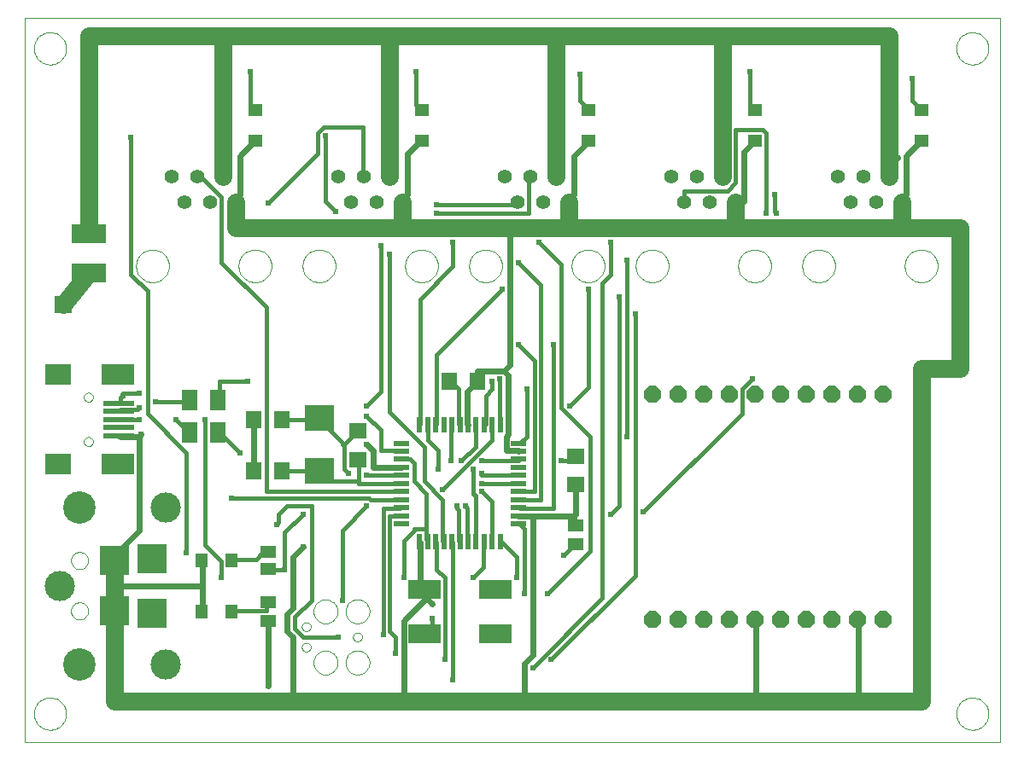
<source format=gtl>
G75*
%MOIN*%
%OFA0B0*%
%FSLAX24Y24*%
%IPPOS*%
%LPD*%
%AMOC8*
5,1,8,0,0,1.08239X$1,22.5*
%
%ADD10C,0.0000*%
%ADD11C,0.0554*%
%ADD12R,0.0551X0.0472*%
%ADD13C,0.1181*%
%ADD14C,0.1266*%
%ADD15R,0.1181X0.1181*%
%ADD16R,0.0472X0.0551*%
%ADD17R,0.0591X0.0512*%
%ADD18R,0.1339X0.0748*%
%ADD19R,0.0709X0.0630*%
%ADD20R,0.0197X0.0591*%
%ADD21R,0.0591X0.0197*%
%ADD22R,0.1250X0.0750*%
%ADD23R,0.0630X0.0709*%
%ADD24R,0.0710X0.0630*%
%ADD25R,0.0630X0.0512*%
%ADD26R,0.1181X0.0984*%
%ADD27R,0.0984X0.0787*%
%ADD28R,0.1299X0.0787*%
%ADD29R,0.1220X0.0197*%
%ADD30R,0.0630X0.0787*%
%ADD31OC8,0.0660*%
%ADD32C,0.0700*%
%ADD33C,0.0240*%
%ADD34C,0.0240*%
%ADD35C,0.0180*%
%ADD36R,0.0650X0.0650*%
D10*
X003100Y000100D02*
X003100Y028396D01*
X041170Y028396D01*
X041170Y000100D01*
X003100Y000100D01*
X003470Y001200D02*
X003472Y001250D01*
X003478Y001300D01*
X003488Y001349D01*
X003502Y001397D01*
X003519Y001444D01*
X003540Y001489D01*
X003565Y001533D01*
X003593Y001574D01*
X003625Y001613D01*
X003659Y001650D01*
X003696Y001684D01*
X003736Y001714D01*
X003778Y001741D01*
X003822Y001765D01*
X003868Y001786D01*
X003915Y001802D01*
X003963Y001815D01*
X004013Y001824D01*
X004062Y001829D01*
X004113Y001830D01*
X004163Y001827D01*
X004212Y001820D01*
X004261Y001809D01*
X004309Y001794D01*
X004355Y001776D01*
X004400Y001754D01*
X004443Y001728D01*
X004484Y001699D01*
X004523Y001667D01*
X004559Y001632D01*
X004591Y001594D01*
X004621Y001554D01*
X004648Y001511D01*
X004671Y001467D01*
X004690Y001421D01*
X004706Y001373D01*
X004718Y001324D01*
X004726Y001275D01*
X004730Y001225D01*
X004730Y001175D01*
X004726Y001125D01*
X004718Y001076D01*
X004706Y001027D01*
X004690Y000979D01*
X004671Y000933D01*
X004648Y000889D01*
X004621Y000846D01*
X004591Y000806D01*
X004559Y000768D01*
X004523Y000733D01*
X004484Y000701D01*
X004443Y000672D01*
X004400Y000646D01*
X004355Y000624D01*
X004309Y000606D01*
X004261Y000591D01*
X004212Y000580D01*
X004163Y000573D01*
X004113Y000570D01*
X004062Y000571D01*
X004013Y000576D01*
X003963Y000585D01*
X003915Y000598D01*
X003868Y000614D01*
X003822Y000635D01*
X003778Y000659D01*
X003736Y000686D01*
X003696Y000716D01*
X003659Y000750D01*
X003625Y000787D01*
X003593Y000826D01*
X003565Y000867D01*
X003540Y000911D01*
X003519Y000956D01*
X003502Y001003D01*
X003488Y001051D01*
X003478Y001100D01*
X003472Y001150D01*
X003470Y001200D01*
X004919Y005216D02*
X004921Y005252D01*
X004927Y005288D01*
X004937Y005323D01*
X004950Y005357D01*
X004967Y005389D01*
X004987Y005419D01*
X005011Y005446D01*
X005037Y005471D01*
X005066Y005493D01*
X005097Y005512D01*
X005130Y005527D01*
X005164Y005539D01*
X005200Y005547D01*
X005236Y005551D01*
X005272Y005551D01*
X005308Y005547D01*
X005344Y005539D01*
X005378Y005527D01*
X005411Y005512D01*
X005442Y005493D01*
X005471Y005471D01*
X005497Y005446D01*
X005521Y005419D01*
X005541Y005389D01*
X005558Y005357D01*
X005571Y005323D01*
X005581Y005288D01*
X005587Y005252D01*
X005589Y005216D01*
X005587Y005180D01*
X005581Y005144D01*
X005571Y005109D01*
X005558Y005075D01*
X005541Y005043D01*
X005521Y005013D01*
X005497Y004986D01*
X005471Y004961D01*
X005442Y004939D01*
X005411Y004920D01*
X005378Y004905D01*
X005344Y004893D01*
X005308Y004885D01*
X005272Y004881D01*
X005236Y004881D01*
X005200Y004885D01*
X005164Y004893D01*
X005130Y004905D01*
X005097Y004920D01*
X005066Y004939D01*
X005037Y004961D01*
X005011Y004986D01*
X004987Y005013D01*
X004967Y005043D01*
X004950Y005075D01*
X004937Y005109D01*
X004927Y005144D01*
X004921Y005180D01*
X004919Y005216D01*
X004919Y007184D02*
X004921Y007220D01*
X004927Y007256D01*
X004937Y007291D01*
X004950Y007325D01*
X004967Y007357D01*
X004987Y007387D01*
X005011Y007414D01*
X005037Y007439D01*
X005066Y007461D01*
X005097Y007480D01*
X005130Y007495D01*
X005164Y007507D01*
X005200Y007515D01*
X005236Y007519D01*
X005272Y007519D01*
X005308Y007515D01*
X005344Y007507D01*
X005378Y007495D01*
X005411Y007480D01*
X005442Y007461D01*
X005471Y007439D01*
X005497Y007414D01*
X005521Y007387D01*
X005541Y007357D01*
X005558Y007325D01*
X005571Y007291D01*
X005581Y007256D01*
X005587Y007220D01*
X005589Y007184D01*
X005587Y007148D01*
X005581Y007112D01*
X005571Y007077D01*
X005558Y007043D01*
X005541Y007011D01*
X005521Y006981D01*
X005497Y006954D01*
X005471Y006929D01*
X005442Y006907D01*
X005411Y006888D01*
X005378Y006873D01*
X005344Y006861D01*
X005308Y006853D01*
X005272Y006849D01*
X005236Y006849D01*
X005200Y006853D01*
X005164Y006861D01*
X005130Y006873D01*
X005097Y006888D01*
X005066Y006907D01*
X005037Y006929D01*
X005011Y006954D01*
X004987Y006981D01*
X004967Y007011D01*
X004950Y007043D01*
X004937Y007077D01*
X004927Y007112D01*
X004921Y007148D01*
X004919Y007184D01*
X005423Y011834D02*
X005425Y011860D01*
X005431Y011886D01*
X005441Y011911D01*
X005454Y011934D01*
X005470Y011954D01*
X005490Y011972D01*
X005512Y011987D01*
X005535Y011999D01*
X005561Y012007D01*
X005587Y012011D01*
X005613Y012011D01*
X005639Y012007D01*
X005665Y011999D01*
X005689Y011987D01*
X005710Y011972D01*
X005730Y011954D01*
X005746Y011934D01*
X005759Y011911D01*
X005769Y011886D01*
X005775Y011860D01*
X005777Y011834D01*
X005775Y011808D01*
X005769Y011782D01*
X005759Y011757D01*
X005746Y011734D01*
X005730Y011714D01*
X005710Y011696D01*
X005688Y011681D01*
X005665Y011669D01*
X005639Y011661D01*
X005613Y011657D01*
X005587Y011657D01*
X005561Y011661D01*
X005535Y011669D01*
X005511Y011681D01*
X005490Y011696D01*
X005470Y011714D01*
X005454Y011734D01*
X005441Y011757D01*
X005431Y011782D01*
X005425Y011808D01*
X005423Y011834D01*
X005423Y013566D02*
X005425Y013592D01*
X005431Y013618D01*
X005441Y013643D01*
X005454Y013666D01*
X005470Y013686D01*
X005490Y013704D01*
X005512Y013719D01*
X005535Y013731D01*
X005561Y013739D01*
X005587Y013743D01*
X005613Y013743D01*
X005639Y013739D01*
X005665Y013731D01*
X005689Y013719D01*
X005710Y013704D01*
X005730Y013686D01*
X005746Y013666D01*
X005759Y013643D01*
X005769Y013618D01*
X005775Y013592D01*
X005777Y013566D01*
X005775Y013540D01*
X005769Y013514D01*
X005759Y013489D01*
X005746Y013466D01*
X005730Y013446D01*
X005710Y013428D01*
X005688Y013413D01*
X005665Y013401D01*
X005639Y013393D01*
X005613Y013389D01*
X005587Y013389D01*
X005561Y013393D01*
X005535Y013401D01*
X005511Y013413D01*
X005490Y013428D01*
X005470Y013446D01*
X005454Y013466D01*
X005441Y013489D01*
X005431Y013514D01*
X005425Y013540D01*
X005423Y013566D01*
X007460Y018700D02*
X007462Y018750D01*
X007468Y018800D01*
X007478Y018849D01*
X007491Y018898D01*
X007509Y018945D01*
X007530Y018991D01*
X007554Y019034D01*
X007582Y019076D01*
X007613Y019116D01*
X007647Y019153D01*
X007684Y019187D01*
X007724Y019218D01*
X007766Y019246D01*
X007809Y019270D01*
X007855Y019291D01*
X007902Y019309D01*
X007951Y019322D01*
X008000Y019332D01*
X008050Y019338D01*
X008100Y019340D01*
X008150Y019338D01*
X008200Y019332D01*
X008249Y019322D01*
X008298Y019309D01*
X008345Y019291D01*
X008391Y019270D01*
X008434Y019246D01*
X008476Y019218D01*
X008516Y019187D01*
X008553Y019153D01*
X008587Y019116D01*
X008618Y019076D01*
X008646Y019034D01*
X008670Y018991D01*
X008691Y018945D01*
X008709Y018898D01*
X008722Y018849D01*
X008732Y018800D01*
X008738Y018750D01*
X008740Y018700D01*
X008738Y018650D01*
X008732Y018600D01*
X008722Y018551D01*
X008709Y018502D01*
X008691Y018455D01*
X008670Y018409D01*
X008646Y018366D01*
X008618Y018324D01*
X008587Y018284D01*
X008553Y018247D01*
X008516Y018213D01*
X008476Y018182D01*
X008434Y018154D01*
X008391Y018130D01*
X008345Y018109D01*
X008298Y018091D01*
X008249Y018078D01*
X008200Y018068D01*
X008150Y018062D01*
X008100Y018060D01*
X008050Y018062D01*
X008000Y018068D01*
X007951Y018078D01*
X007902Y018091D01*
X007855Y018109D01*
X007809Y018130D01*
X007766Y018154D01*
X007724Y018182D01*
X007684Y018213D01*
X007647Y018247D01*
X007613Y018284D01*
X007582Y018324D01*
X007554Y018366D01*
X007530Y018409D01*
X007509Y018455D01*
X007491Y018502D01*
X007478Y018551D01*
X007468Y018600D01*
X007462Y018650D01*
X007460Y018700D01*
X011460Y018700D02*
X011462Y018750D01*
X011468Y018800D01*
X011478Y018849D01*
X011491Y018898D01*
X011509Y018945D01*
X011530Y018991D01*
X011554Y019034D01*
X011582Y019076D01*
X011613Y019116D01*
X011647Y019153D01*
X011684Y019187D01*
X011724Y019218D01*
X011766Y019246D01*
X011809Y019270D01*
X011855Y019291D01*
X011902Y019309D01*
X011951Y019322D01*
X012000Y019332D01*
X012050Y019338D01*
X012100Y019340D01*
X012150Y019338D01*
X012200Y019332D01*
X012249Y019322D01*
X012298Y019309D01*
X012345Y019291D01*
X012391Y019270D01*
X012434Y019246D01*
X012476Y019218D01*
X012516Y019187D01*
X012553Y019153D01*
X012587Y019116D01*
X012618Y019076D01*
X012646Y019034D01*
X012670Y018991D01*
X012691Y018945D01*
X012709Y018898D01*
X012722Y018849D01*
X012732Y018800D01*
X012738Y018750D01*
X012740Y018700D01*
X012738Y018650D01*
X012732Y018600D01*
X012722Y018551D01*
X012709Y018502D01*
X012691Y018455D01*
X012670Y018409D01*
X012646Y018366D01*
X012618Y018324D01*
X012587Y018284D01*
X012553Y018247D01*
X012516Y018213D01*
X012476Y018182D01*
X012434Y018154D01*
X012391Y018130D01*
X012345Y018109D01*
X012298Y018091D01*
X012249Y018078D01*
X012200Y018068D01*
X012150Y018062D01*
X012100Y018060D01*
X012050Y018062D01*
X012000Y018068D01*
X011951Y018078D01*
X011902Y018091D01*
X011855Y018109D01*
X011809Y018130D01*
X011766Y018154D01*
X011724Y018182D01*
X011684Y018213D01*
X011647Y018247D01*
X011613Y018284D01*
X011582Y018324D01*
X011554Y018366D01*
X011530Y018409D01*
X011509Y018455D01*
X011491Y018502D01*
X011478Y018551D01*
X011468Y018600D01*
X011462Y018650D01*
X011460Y018700D01*
X013960Y018700D02*
X013962Y018750D01*
X013968Y018800D01*
X013978Y018849D01*
X013991Y018898D01*
X014009Y018945D01*
X014030Y018991D01*
X014054Y019034D01*
X014082Y019076D01*
X014113Y019116D01*
X014147Y019153D01*
X014184Y019187D01*
X014224Y019218D01*
X014266Y019246D01*
X014309Y019270D01*
X014355Y019291D01*
X014402Y019309D01*
X014451Y019322D01*
X014500Y019332D01*
X014550Y019338D01*
X014600Y019340D01*
X014650Y019338D01*
X014700Y019332D01*
X014749Y019322D01*
X014798Y019309D01*
X014845Y019291D01*
X014891Y019270D01*
X014934Y019246D01*
X014976Y019218D01*
X015016Y019187D01*
X015053Y019153D01*
X015087Y019116D01*
X015118Y019076D01*
X015146Y019034D01*
X015170Y018991D01*
X015191Y018945D01*
X015209Y018898D01*
X015222Y018849D01*
X015232Y018800D01*
X015238Y018750D01*
X015240Y018700D01*
X015238Y018650D01*
X015232Y018600D01*
X015222Y018551D01*
X015209Y018502D01*
X015191Y018455D01*
X015170Y018409D01*
X015146Y018366D01*
X015118Y018324D01*
X015087Y018284D01*
X015053Y018247D01*
X015016Y018213D01*
X014976Y018182D01*
X014934Y018154D01*
X014891Y018130D01*
X014845Y018109D01*
X014798Y018091D01*
X014749Y018078D01*
X014700Y018068D01*
X014650Y018062D01*
X014600Y018060D01*
X014550Y018062D01*
X014500Y018068D01*
X014451Y018078D01*
X014402Y018091D01*
X014355Y018109D01*
X014309Y018130D01*
X014266Y018154D01*
X014224Y018182D01*
X014184Y018213D01*
X014147Y018247D01*
X014113Y018284D01*
X014082Y018324D01*
X014054Y018366D01*
X014030Y018409D01*
X014009Y018455D01*
X013991Y018502D01*
X013978Y018551D01*
X013968Y018600D01*
X013962Y018650D01*
X013960Y018700D01*
X017960Y018700D02*
X017962Y018750D01*
X017968Y018800D01*
X017978Y018849D01*
X017991Y018898D01*
X018009Y018945D01*
X018030Y018991D01*
X018054Y019034D01*
X018082Y019076D01*
X018113Y019116D01*
X018147Y019153D01*
X018184Y019187D01*
X018224Y019218D01*
X018266Y019246D01*
X018309Y019270D01*
X018355Y019291D01*
X018402Y019309D01*
X018451Y019322D01*
X018500Y019332D01*
X018550Y019338D01*
X018600Y019340D01*
X018650Y019338D01*
X018700Y019332D01*
X018749Y019322D01*
X018798Y019309D01*
X018845Y019291D01*
X018891Y019270D01*
X018934Y019246D01*
X018976Y019218D01*
X019016Y019187D01*
X019053Y019153D01*
X019087Y019116D01*
X019118Y019076D01*
X019146Y019034D01*
X019170Y018991D01*
X019191Y018945D01*
X019209Y018898D01*
X019222Y018849D01*
X019232Y018800D01*
X019238Y018750D01*
X019240Y018700D01*
X019238Y018650D01*
X019232Y018600D01*
X019222Y018551D01*
X019209Y018502D01*
X019191Y018455D01*
X019170Y018409D01*
X019146Y018366D01*
X019118Y018324D01*
X019087Y018284D01*
X019053Y018247D01*
X019016Y018213D01*
X018976Y018182D01*
X018934Y018154D01*
X018891Y018130D01*
X018845Y018109D01*
X018798Y018091D01*
X018749Y018078D01*
X018700Y018068D01*
X018650Y018062D01*
X018600Y018060D01*
X018550Y018062D01*
X018500Y018068D01*
X018451Y018078D01*
X018402Y018091D01*
X018355Y018109D01*
X018309Y018130D01*
X018266Y018154D01*
X018224Y018182D01*
X018184Y018213D01*
X018147Y018247D01*
X018113Y018284D01*
X018082Y018324D01*
X018054Y018366D01*
X018030Y018409D01*
X018009Y018455D01*
X017991Y018502D01*
X017978Y018551D01*
X017968Y018600D01*
X017962Y018650D01*
X017960Y018700D01*
X020460Y018700D02*
X020462Y018750D01*
X020468Y018800D01*
X020478Y018849D01*
X020491Y018898D01*
X020509Y018945D01*
X020530Y018991D01*
X020554Y019034D01*
X020582Y019076D01*
X020613Y019116D01*
X020647Y019153D01*
X020684Y019187D01*
X020724Y019218D01*
X020766Y019246D01*
X020809Y019270D01*
X020855Y019291D01*
X020902Y019309D01*
X020951Y019322D01*
X021000Y019332D01*
X021050Y019338D01*
X021100Y019340D01*
X021150Y019338D01*
X021200Y019332D01*
X021249Y019322D01*
X021298Y019309D01*
X021345Y019291D01*
X021391Y019270D01*
X021434Y019246D01*
X021476Y019218D01*
X021516Y019187D01*
X021553Y019153D01*
X021587Y019116D01*
X021618Y019076D01*
X021646Y019034D01*
X021670Y018991D01*
X021691Y018945D01*
X021709Y018898D01*
X021722Y018849D01*
X021732Y018800D01*
X021738Y018750D01*
X021740Y018700D01*
X021738Y018650D01*
X021732Y018600D01*
X021722Y018551D01*
X021709Y018502D01*
X021691Y018455D01*
X021670Y018409D01*
X021646Y018366D01*
X021618Y018324D01*
X021587Y018284D01*
X021553Y018247D01*
X021516Y018213D01*
X021476Y018182D01*
X021434Y018154D01*
X021391Y018130D01*
X021345Y018109D01*
X021298Y018091D01*
X021249Y018078D01*
X021200Y018068D01*
X021150Y018062D01*
X021100Y018060D01*
X021050Y018062D01*
X021000Y018068D01*
X020951Y018078D01*
X020902Y018091D01*
X020855Y018109D01*
X020809Y018130D01*
X020766Y018154D01*
X020724Y018182D01*
X020684Y018213D01*
X020647Y018247D01*
X020613Y018284D01*
X020582Y018324D01*
X020554Y018366D01*
X020530Y018409D01*
X020509Y018455D01*
X020491Y018502D01*
X020478Y018551D01*
X020468Y018600D01*
X020462Y018650D01*
X020460Y018700D01*
X024460Y018700D02*
X024462Y018750D01*
X024468Y018800D01*
X024478Y018849D01*
X024491Y018898D01*
X024509Y018945D01*
X024530Y018991D01*
X024554Y019034D01*
X024582Y019076D01*
X024613Y019116D01*
X024647Y019153D01*
X024684Y019187D01*
X024724Y019218D01*
X024766Y019246D01*
X024809Y019270D01*
X024855Y019291D01*
X024902Y019309D01*
X024951Y019322D01*
X025000Y019332D01*
X025050Y019338D01*
X025100Y019340D01*
X025150Y019338D01*
X025200Y019332D01*
X025249Y019322D01*
X025298Y019309D01*
X025345Y019291D01*
X025391Y019270D01*
X025434Y019246D01*
X025476Y019218D01*
X025516Y019187D01*
X025553Y019153D01*
X025587Y019116D01*
X025618Y019076D01*
X025646Y019034D01*
X025670Y018991D01*
X025691Y018945D01*
X025709Y018898D01*
X025722Y018849D01*
X025732Y018800D01*
X025738Y018750D01*
X025740Y018700D01*
X025738Y018650D01*
X025732Y018600D01*
X025722Y018551D01*
X025709Y018502D01*
X025691Y018455D01*
X025670Y018409D01*
X025646Y018366D01*
X025618Y018324D01*
X025587Y018284D01*
X025553Y018247D01*
X025516Y018213D01*
X025476Y018182D01*
X025434Y018154D01*
X025391Y018130D01*
X025345Y018109D01*
X025298Y018091D01*
X025249Y018078D01*
X025200Y018068D01*
X025150Y018062D01*
X025100Y018060D01*
X025050Y018062D01*
X025000Y018068D01*
X024951Y018078D01*
X024902Y018091D01*
X024855Y018109D01*
X024809Y018130D01*
X024766Y018154D01*
X024724Y018182D01*
X024684Y018213D01*
X024647Y018247D01*
X024613Y018284D01*
X024582Y018324D01*
X024554Y018366D01*
X024530Y018409D01*
X024509Y018455D01*
X024491Y018502D01*
X024478Y018551D01*
X024468Y018600D01*
X024462Y018650D01*
X024460Y018700D01*
X026960Y018700D02*
X026962Y018750D01*
X026968Y018800D01*
X026978Y018849D01*
X026991Y018898D01*
X027009Y018945D01*
X027030Y018991D01*
X027054Y019034D01*
X027082Y019076D01*
X027113Y019116D01*
X027147Y019153D01*
X027184Y019187D01*
X027224Y019218D01*
X027266Y019246D01*
X027309Y019270D01*
X027355Y019291D01*
X027402Y019309D01*
X027451Y019322D01*
X027500Y019332D01*
X027550Y019338D01*
X027600Y019340D01*
X027650Y019338D01*
X027700Y019332D01*
X027749Y019322D01*
X027798Y019309D01*
X027845Y019291D01*
X027891Y019270D01*
X027934Y019246D01*
X027976Y019218D01*
X028016Y019187D01*
X028053Y019153D01*
X028087Y019116D01*
X028118Y019076D01*
X028146Y019034D01*
X028170Y018991D01*
X028191Y018945D01*
X028209Y018898D01*
X028222Y018849D01*
X028232Y018800D01*
X028238Y018750D01*
X028240Y018700D01*
X028238Y018650D01*
X028232Y018600D01*
X028222Y018551D01*
X028209Y018502D01*
X028191Y018455D01*
X028170Y018409D01*
X028146Y018366D01*
X028118Y018324D01*
X028087Y018284D01*
X028053Y018247D01*
X028016Y018213D01*
X027976Y018182D01*
X027934Y018154D01*
X027891Y018130D01*
X027845Y018109D01*
X027798Y018091D01*
X027749Y018078D01*
X027700Y018068D01*
X027650Y018062D01*
X027600Y018060D01*
X027550Y018062D01*
X027500Y018068D01*
X027451Y018078D01*
X027402Y018091D01*
X027355Y018109D01*
X027309Y018130D01*
X027266Y018154D01*
X027224Y018182D01*
X027184Y018213D01*
X027147Y018247D01*
X027113Y018284D01*
X027082Y018324D01*
X027054Y018366D01*
X027030Y018409D01*
X027009Y018455D01*
X026991Y018502D01*
X026978Y018551D01*
X026968Y018600D01*
X026962Y018650D01*
X026960Y018700D01*
X030960Y018700D02*
X030962Y018750D01*
X030968Y018800D01*
X030978Y018849D01*
X030991Y018898D01*
X031009Y018945D01*
X031030Y018991D01*
X031054Y019034D01*
X031082Y019076D01*
X031113Y019116D01*
X031147Y019153D01*
X031184Y019187D01*
X031224Y019218D01*
X031266Y019246D01*
X031309Y019270D01*
X031355Y019291D01*
X031402Y019309D01*
X031451Y019322D01*
X031500Y019332D01*
X031550Y019338D01*
X031600Y019340D01*
X031650Y019338D01*
X031700Y019332D01*
X031749Y019322D01*
X031798Y019309D01*
X031845Y019291D01*
X031891Y019270D01*
X031934Y019246D01*
X031976Y019218D01*
X032016Y019187D01*
X032053Y019153D01*
X032087Y019116D01*
X032118Y019076D01*
X032146Y019034D01*
X032170Y018991D01*
X032191Y018945D01*
X032209Y018898D01*
X032222Y018849D01*
X032232Y018800D01*
X032238Y018750D01*
X032240Y018700D01*
X032238Y018650D01*
X032232Y018600D01*
X032222Y018551D01*
X032209Y018502D01*
X032191Y018455D01*
X032170Y018409D01*
X032146Y018366D01*
X032118Y018324D01*
X032087Y018284D01*
X032053Y018247D01*
X032016Y018213D01*
X031976Y018182D01*
X031934Y018154D01*
X031891Y018130D01*
X031845Y018109D01*
X031798Y018091D01*
X031749Y018078D01*
X031700Y018068D01*
X031650Y018062D01*
X031600Y018060D01*
X031550Y018062D01*
X031500Y018068D01*
X031451Y018078D01*
X031402Y018091D01*
X031355Y018109D01*
X031309Y018130D01*
X031266Y018154D01*
X031224Y018182D01*
X031184Y018213D01*
X031147Y018247D01*
X031113Y018284D01*
X031082Y018324D01*
X031054Y018366D01*
X031030Y018409D01*
X031009Y018455D01*
X030991Y018502D01*
X030978Y018551D01*
X030968Y018600D01*
X030962Y018650D01*
X030960Y018700D01*
X033460Y018700D02*
X033462Y018750D01*
X033468Y018800D01*
X033478Y018849D01*
X033491Y018898D01*
X033509Y018945D01*
X033530Y018991D01*
X033554Y019034D01*
X033582Y019076D01*
X033613Y019116D01*
X033647Y019153D01*
X033684Y019187D01*
X033724Y019218D01*
X033766Y019246D01*
X033809Y019270D01*
X033855Y019291D01*
X033902Y019309D01*
X033951Y019322D01*
X034000Y019332D01*
X034050Y019338D01*
X034100Y019340D01*
X034150Y019338D01*
X034200Y019332D01*
X034249Y019322D01*
X034298Y019309D01*
X034345Y019291D01*
X034391Y019270D01*
X034434Y019246D01*
X034476Y019218D01*
X034516Y019187D01*
X034553Y019153D01*
X034587Y019116D01*
X034618Y019076D01*
X034646Y019034D01*
X034670Y018991D01*
X034691Y018945D01*
X034709Y018898D01*
X034722Y018849D01*
X034732Y018800D01*
X034738Y018750D01*
X034740Y018700D01*
X034738Y018650D01*
X034732Y018600D01*
X034722Y018551D01*
X034709Y018502D01*
X034691Y018455D01*
X034670Y018409D01*
X034646Y018366D01*
X034618Y018324D01*
X034587Y018284D01*
X034553Y018247D01*
X034516Y018213D01*
X034476Y018182D01*
X034434Y018154D01*
X034391Y018130D01*
X034345Y018109D01*
X034298Y018091D01*
X034249Y018078D01*
X034200Y018068D01*
X034150Y018062D01*
X034100Y018060D01*
X034050Y018062D01*
X034000Y018068D01*
X033951Y018078D01*
X033902Y018091D01*
X033855Y018109D01*
X033809Y018130D01*
X033766Y018154D01*
X033724Y018182D01*
X033684Y018213D01*
X033647Y018247D01*
X033613Y018284D01*
X033582Y018324D01*
X033554Y018366D01*
X033530Y018409D01*
X033509Y018455D01*
X033491Y018502D01*
X033478Y018551D01*
X033468Y018600D01*
X033462Y018650D01*
X033460Y018700D01*
X037460Y018700D02*
X037462Y018750D01*
X037468Y018800D01*
X037478Y018849D01*
X037491Y018898D01*
X037509Y018945D01*
X037530Y018991D01*
X037554Y019034D01*
X037582Y019076D01*
X037613Y019116D01*
X037647Y019153D01*
X037684Y019187D01*
X037724Y019218D01*
X037766Y019246D01*
X037809Y019270D01*
X037855Y019291D01*
X037902Y019309D01*
X037951Y019322D01*
X038000Y019332D01*
X038050Y019338D01*
X038100Y019340D01*
X038150Y019338D01*
X038200Y019332D01*
X038249Y019322D01*
X038298Y019309D01*
X038345Y019291D01*
X038391Y019270D01*
X038434Y019246D01*
X038476Y019218D01*
X038516Y019187D01*
X038553Y019153D01*
X038587Y019116D01*
X038618Y019076D01*
X038646Y019034D01*
X038670Y018991D01*
X038691Y018945D01*
X038709Y018898D01*
X038722Y018849D01*
X038732Y018800D01*
X038738Y018750D01*
X038740Y018700D01*
X038738Y018650D01*
X038732Y018600D01*
X038722Y018551D01*
X038709Y018502D01*
X038691Y018455D01*
X038670Y018409D01*
X038646Y018366D01*
X038618Y018324D01*
X038587Y018284D01*
X038553Y018247D01*
X038516Y018213D01*
X038476Y018182D01*
X038434Y018154D01*
X038391Y018130D01*
X038345Y018109D01*
X038298Y018091D01*
X038249Y018078D01*
X038200Y018068D01*
X038150Y018062D01*
X038100Y018060D01*
X038050Y018062D01*
X038000Y018068D01*
X037951Y018078D01*
X037902Y018091D01*
X037855Y018109D01*
X037809Y018130D01*
X037766Y018154D01*
X037724Y018182D01*
X037684Y018213D01*
X037647Y018247D01*
X037613Y018284D01*
X037582Y018324D01*
X037554Y018366D01*
X037530Y018409D01*
X037509Y018455D01*
X037491Y018502D01*
X037478Y018551D01*
X037468Y018600D01*
X037462Y018650D01*
X037460Y018700D01*
X039470Y027200D02*
X039472Y027250D01*
X039478Y027300D01*
X039488Y027349D01*
X039502Y027397D01*
X039519Y027444D01*
X039540Y027489D01*
X039565Y027533D01*
X039593Y027574D01*
X039625Y027613D01*
X039659Y027650D01*
X039696Y027684D01*
X039736Y027714D01*
X039778Y027741D01*
X039822Y027765D01*
X039868Y027786D01*
X039915Y027802D01*
X039963Y027815D01*
X040013Y027824D01*
X040062Y027829D01*
X040113Y027830D01*
X040163Y027827D01*
X040212Y027820D01*
X040261Y027809D01*
X040309Y027794D01*
X040355Y027776D01*
X040400Y027754D01*
X040443Y027728D01*
X040484Y027699D01*
X040523Y027667D01*
X040559Y027632D01*
X040591Y027594D01*
X040621Y027554D01*
X040648Y027511D01*
X040671Y027467D01*
X040690Y027421D01*
X040706Y027373D01*
X040718Y027324D01*
X040726Y027275D01*
X040730Y027225D01*
X040730Y027175D01*
X040726Y027125D01*
X040718Y027076D01*
X040706Y027027D01*
X040690Y026979D01*
X040671Y026933D01*
X040648Y026889D01*
X040621Y026846D01*
X040591Y026806D01*
X040559Y026768D01*
X040523Y026733D01*
X040484Y026701D01*
X040443Y026672D01*
X040400Y026646D01*
X040355Y026624D01*
X040309Y026606D01*
X040261Y026591D01*
X040212Y026580D01*
X040163Y026573D01*
X040113Y026570D01*
X040062Y026571D01*
X040013Y026576D01*
X039963Y026585D01*
X039915Y026598D01*
X039868Y026614D01*
X039822Y026635D01*
X039778Y026659D01*
X039736Y026686D01*
X039696Y026716D01*
X039659Y026750D01*
X039625Y026787D01*
X039593Y026826D01*
X039565Y026867D01*
X039540Y026911D01*
X039519Y026956D01*
X039502Y027003D01*
X039488Y027051D01*
X039478Y027100D01*
X039472Y027150D01*
X039470Y027200D01*
X015633Y005200D02*
X015635Y005243D01*
X015641Y005286D01*
X015651Y005328D01*
X015665Y005369D01*
X015682Y005408D01*
X015703Y005446D01*
X015727Y005481D01*
X015755Y005515D01*
X015785Y005545D01*
X015819Y005573D01*
X015854Y005597D01*
X015892Y005618D01*
X015931Y005635D01*
X015972Y005649D01*
X016014Y005659D01*
X016057Y005665D01*
X016100Y005667D01*
X016143Y005665D01*
X016186Y005659D01*
X016228Y005649D01*
X016269Y005635D01*
X016308Y005618D01*
X016346Y005597D01*
X016381Y005573D01*
X016415Y005545D01*
X016445Y005515D01*
X016473Y005481D01*
X016497Y005446D01*
X016518Y005408D01*
X016535Y005369D01*
X016549Y005328D01*
X016559Y005286D01*
X016565Y005243D01*
X016567Y005200D01*
X016565Y005157D01*
X016559Y005114D01*
X016549Y005072D01*
X016535Y005031D01*
X016518Y004992D01*
X016497Y004954D01*
X016473Y004919D01*
X016445Y004885D01*
X016415Y004855D01*
X016381Y004827D01*
X016346Y004803D01*
X016308Y004782D01*
X016269Y004765D01*
X016228Y004751D01*
X016186Y004741D01*
X016143Y004735D01*
X016100Y004733D01*
X016057Y004735D01*
X016014Y004741D01*
X015972Y004751D01*
X015931Y004765D01*
X015892Y004782D01*
X015854Y004803D01*
X015819Y004827D01*
X015785Y004855D01*
X015755Y004885D01*
X015727Y004919D01*
X015703Y004954D01*
X015682Y004992D01*
X015665Y005031D01*
X015651Y005072D01*
X015641Y005114D01*
X015635Y005157D01*
X015633Y005200D01*
X014383Y005200D02*
X014385Y005243D01*
X014391Y005286D01*
X014401Y005328D01*
X014415Y005369D01*
X014432Y005408D01*
X014453Y005446D01*
X014477Y005481D01*
X014505Y005515D01*
X014535Y005545D01*
X014569Y005573D01*
X014604Y005597D01*
X014642Y005618D01*
X014681Y005635D01*
X014722Y005649D01*
X014764Y005659D01*
X014807Y005665D01*
X014850Y005667D01*
X014893Y005665D01*
X014936Y005659D01*
X014978Y005649D01*
X015019Y005635D01*
X015058Y005618D01*
X015096Y005597D01*
X015131Y005573D01*
X015165Y005545D01*
X015195Y005515D01*
X015223Y005481D01*
X015247Y005446D01*
X015268Y005408D01*
X015285Y005369D01*
X015299Y005328D01*
X015309Y005286D01*
X015315Y005243D01*
X015317Y005200D01*
X015315Y005157D01*
X015309Y005114D01*
X015299Y005072D01*
X015285Y005031D01*
X015268Y004992D01*
X015247Y004954D01*
X015223Y004919D01*
X015195Y004885D01*
X015165Y004855D01*
X015131Y004827D01*
X015096Y004803D01*
X015058Y004782D01*
X015019Y004765D01*
X014978Y004751D01*
X014936Y004741D01*
X014893Y004735D01*
X014850Y004733D01*
X014807Y004735D01*
X014764Y004741D01*
X014722Y004751D01*
X014681Y004765D01*
X014642Y004782D01*
X014604Y004803D01*
X014569Y004827D01*
X014535Y004855D01*
X014505Y004885D01*
X014477Y004919D01*
X014453Y004954D01*
X014432Y004992D01*
X014415Y005031D01*
X014401Y005072D01*
X014391Y005114D01*
X014385Y005157D01*
X014383Y005200D01*
X013925Y004600D02*
X013927Y004626D01*
X013933Y004652D01*
X013942Y004676D01*
X013955Y004699D01*
X013972Y004719D01*
X013991Y004737D01*
X014013Y004752D01*
X014036Y004763D01*
X014061Y004771D01*
X014087Y004775D01*
X014113Y004775D01*
X014139Y004771D01*
X014164Y004763D01*
X014188Y004752D01*
X014209Y004737D01*
X014228Y004719D01*
X014245Y004699D01*
X014258Y004676D01*
X014267Y004652D01*
X014273Y004626D01*
X014275Y004600D01*
X014273Y004574D01*
X014267Y004548D01*
X014258Y004524D01*
X014245Y004501D01*
X014228Y004481D01*
X014209Y004463D01*
X014187Y004448D01*
X014164Y004437D01*
X014139Y004429D01*
X014113Y004425D01*
X014087Y004425D01*
X014061Y004429D01*
X014036Y004437D01*
X014012Y004448D01*
X013991Y004463D01*
X013972Y004481D01*
X013955Y004501D01*
X013942Y004524D01*
X013933Y004548D01*
X013927Y004574D01*
X013925Y004600D01*
X013925Y003800D02*
X013927Y003826D01*
X013933Y003852D01*
X013942Y003876D01*
X013955Y003899D01*
X013972Y003919D01*
X013991Y003937D01*
X014013Y003952D01*
X014036Y003963D01*
X014061Y003971D01*
X014087Y003975D01*
X014113Y003975D01*
X014139Y003971D01*
X014164Y003963D01*
X014188Y003952D01*
X014209Y003937D01*
X014228Y003919D01*
X014245Y003899D01*
X014258Y003876D01*
X014267Y003852D01*
X014273Y003826D01*
X014275Y003800D01*
X014273Y003774D01*
X014267Y003748D01*
X014258Y003724D01*
X014245Y003701D01*
X014228Y003681D01*
X014209Y003663D01*
X014187Y003648D01*
X014164Y003637D01*
X014139Y003629D01*
X014113Y003625D01*
X014087Y003625D01*
X014061Y003629D01*
X014036Y003637D01*
X014012Y003648D01*
X013991Y003663D01*
X013972Y003681D01*
X013955Y003701D01*
X013942Y003724D01*
X013933Y003748D01*
X013927Y003774D01*
X013925Y003800D01*
X014383Y003200D02*
X014385Y003243D01*
X014391Y003286D01*
X014401Y003328D01*
X014415Y003369D01*
X014432Y003408D01*
X014453Y003446D01*
X014477Y003481D01*
X014505Y003515D01*
X014535Y003545D01*
X014569Y003573D01*
X014604Y003597D01*
X014642Y003618D01*
X014681Y003635D01*
X014722Y003649D01*
X014764Y003659D01*
X014807Y003665D01*
X014850Y003667D01*
X014893Y003665D01*
X014936Y003659D01*
X014978Y003649D01*
X015019Y003635D01*
X015058Y003618D01*
X015096Y003597D01*
X015131Y003573D01*
X015165Y003545D01*
X015195Y003515D01*
X015223Y003481D01*
X015247Y003446D01*
X015268Y003408D01*
X015285Y003369D01*
X015299Y003328D01*
X015309Y003286D01*
X015315Y003243D01*
X015317Y003200D01*
X015315Y003157D01*
X015309Y003114D01*
X015299Y003072D01*
X015285Y003031D01*
X015268Y002992D01*
X015247Y002954D01*
X015223Y002919D01*
X015195Y002885D01*
X015165Y002855D01*
X015131Y002827D01*
X015096Y002803D01*
X015058Y002782D01*
X015019Y002765D01*
X014978Y002751D01*
X014936Y002741D01*
X014893Y002735D01*
X014850Y002733D01*
X014807Y002735D01*
X014764Y002741D01*
X014722Y002751D01*
X014681Y002765D01*
X014642Y002782D01*
X014604Y002803D01*
X014569Y002827D01*
X014535Y002855D01*
X014505Y002885D01*
X014477Y002919D01*
X014453Y002954D01*
X014432Y002992D01*
X014415Y003031D01*
X014401Y003072D01*
X014391Y003114D01*
X014385Y003157D01*
X014383Y003200D01*
X015633Y003200D02*
X015635Y003243D01*
X015641Y003286D01*
X015651Y003328D01*
X015665Y003369D01*
X015682Y003408D01*
X015703Y003446D01*
X015727Y003481D01*
X015755Y003515D01*
X015785Y003545D01*
X015819Y003573D01*
X015854Y003597D01*
X015892Y003618D01*
X015931Y003635D01*
X015972Y003649D01*
X016014Y003659D01*
X016057Y003665D01*
X016100Y003667D01*
X016143Y003665D01*
X016186Y003659D01*
X016228Y003649D01*
X016269Y003635D01*
X016308Y003618D01*
X016346Y003597D01*
X016381Y003573D01*
X016415Y003545D01*
X016445Y003515D01*
X016473Y003481D01*
X016497Y003446D01*
X016518Y003408D01*
X016535Y003369D01*
X016549Y003328D01*
X016559Y003286D01*
X016565Y003243D01*
X016567Y003200D01*
X016565Y003157D01*
X016559Y003114D01*
X016549Y003072D01*
X016535Y003031D01*
X016518Y002992D01*
X016497Y002954D01*
X016473Y002919D01*
X016445Y002885D01*
X016415Y002855D01*
X016381Y002827D01*
X016346Y002803D01*
X016308Y002782D01*
X016269Y002765D01*
X016228Y002751D01*
X016186Y002741D01*
X016143Y002735D01*
X016100Y002733D01*
X016057Y002735D01*
X016014Y002741D01*
X015972Y002751D01*
X015931Y002765D01*
X015892Y002782D01*
X015854Y002803D01*
X015819Y002827D01*
X015785Y002855D01*
X015755Y002885D01*
X015727Y002919D01*
X015703Y002954D01*
X015682Y002992D01*
X015665Y003031D01*
X015651Y003072D01*
X015641Y003114D01*
X015635Y003157D01*
X015633Y003200D01*
X015925Y004200D02*
X015927Y004226D01*
X015933Y004252D01*
X015942Y004276D01*
X015955Y004299D01*
X015972Y004319D01*
X015991Y004337D01*
X016013Y004352D01*
X016036Y004363D01*
X016061Y004371D01*
X016087Y004375D01*
X016113Y004375D01*
X016139Y004371D01*
X016164Y004363D01*
X016188Y004352D01*
X016209Y004337D01*
X016228Y004319D01*
X016245Y004299D01*
X016258Y004276D01*
X016267Y004252D01*
X016273Y004226D01*
X016275Y004200D01*
X016273Y004174D01*
X016267Y004148D01*
X016258Y004124D01*
X016245Y004101D01*
X016228Y004081D01*
X016209Y004063D01*
X016187Y004048D01*
X016164Y004037D01*
X016139Y004029D01*
X016113Y004025D01*
X016087Y004025D01*
X016061Y004029D01*
X016036Y004037D01*
X016012Y004048D01*
X015991Y004063D01*
X015972Y004081D01*
X015955Y004101D01*
X015942Y004124D01*
X015933Y004148D01*
X015927Y004174D01*
X015925Y004200D01*
X039470Y001200D02*
X039472Y001250D01*
X039478Y001300D01*
X039488Y001349D01*
X039502Y001397D01*
X039519Y001444D01*
X039540Y001489D01*
X039565Y001533D01*
X039593Y001574D01*
X039625Y001613D01*
X039659Y001650D01*
X039696Y001684D01*
X039736Y001714D01*
X039778Y001741D01*
X039822Y001765D01*
X039868Y001786D01*
X039915Y001802D01*
X039963Y001815D01*
X040013Y001824D01*
X040062Y001829D01*
X040113Y001830D01*
X040163Y001827D01*
X040212Y001820D01*
X040261Y001809D01*
X040309Y001794D01*
X040355Y001776D01*
X040400Y001754D01*
X040443Y001728D01*
X040484Y001699D01*
X040523Y001667D01*
X040559Y001632D01*
X040591Y001594D01*
X040621Y001554D01*
X040648Y001511D01*
X040671Y001467D01*
X040690Y001421D01*
X040706Y001373D01*
X040718Y001324D01*
X040726Y001275D01*
X040730Y001225D01*
X040730Y001175D01*
X040726Y001125D01*
X040718Y001076D01*
X040706Y001027D01*
X040690Y000979D01*
X040671Y000933D01*
X040648Y000889D01*
X040621Y000846D01*
X040591Y000806D01*
X040559Y000768D01*
X040523Y000733D01*
X040484Y000701D01*
X040443Y000672D01*
X040400Y000646D01*
X040355Y000624D01*
X040309Y000606D01*
X040261Y000591D01*
X040212Y000580D01*
X040163Y000573D01*
X040113Y000570D01*
X040062Y000571D01*
X040013Y000576D01*
X039963Y000585D01*
X039915Y000598D01*
X039868Y000614D01*
X039822Y000635D01*
X039778Y000659D01*
X039736Y000686D01*
X039696Y000716D01*
X039659Y000750D01*
X039625Y000787D01*
X039593Y000826D01*
X039565Y000867D01*
X039540Y000911D01*
X039519Y000956D01*
X039502Y001003D01*
X039488Y001051D01*
X039478Y001100D01*
X039472Y001150D01*
X039470Y001200D01*
X003470Y027200D02*
X003472Y027250D01*
X003478Y027300D01*
X003488Y027349D01*
X003502Y027397D01*
X003519Y027444D01*
X003540Y027489D01*
X003565Y027533D01*
X003593Y027574D01*
X003625Y027613D01*
X003659Y027650D01*
X003696Y027684D01*
X003736Y027714D01*
X003778Y027741D01*
X003822Y027765D01*
X003868Y027786D01*
X003915Y027802D01*
X003963Y027815D01*
X004013Y027824D01*
X004062Y027829D01*
X004113Y027830D01*
X004163Y027827D01*
X004212Y027820D01*
X004261Y027809D01*
X004309Y027794D01*
X004355Y027776D01*
X004400Y027754D01*
X004443Y027728D01*
X004484Y027699D01*
X004523Y027667D01*
X004559Y027632D01*
X004591Y027594D01*
X004621Y027554D01*
X004648Y027511D01*
X004671Y027467D01*
X004690Y027421D01*
X004706Y027373D01*
X004718Y027324D01*
X004726Y027275D01*
X004730Y027225D01*
X004730Y027175D01*
X004726Y027125D01*
X004718Y027076D01*
X004706Y027027D01*
X004690Y026979D01*
X004671Y026933D01*
X004648Y026889D01*
X004621Y026846D01*
X004591Y026806D01*
X004559Y026768D01*
X004523Y026733D01*
X004484Y026701D01*
X004443Y026672D01*
X004400Y026646D01*
X004355Y026624D01*
X004309Y026606D01*
X004261Y026591D01*
X004212Y026580D01*
X004163Y026573D01*
X004113Y026570D01*
X004062Y026571D01*
X004013Y026576D01*
X003963Y026585D01*
X003915Y026598D01*
X003868Y026614D01*
X003822Y026635D01*
X003778Y026659D01*
X003736Y026686D01*
X003696Y026716D01*
X003659Y026750D01*
X003625Y026787D01*
X003593Y026826D01*
X003565Y026867D01*
X003540Y026911D01*
X003519Y026956D01*
X003502Y027003D01*
X003488Y027051D01*
X003478Y027100D01*
X003472Y027150D01*
X003470Y027200D01*
D11*
X008850Y022200D03*
X009850Y022200D03*
X010850Y022200D03*
X010350Y021200D03*
X009350Y021200D03*
X011350Y021200D03*
X015350Y022200D03*
X016350Y022200D03*
X017350Y022200D03*
X016850Y021200D03*
X015850Y021200D03*
X017850Y021200D03*
X021850Y022200D03*
X022850Y022200D03*
X023850Y022200D03*
X023350Y021200D03*
X022350Y021200D03*
X024350Y021200D03*
X028350Y022200D03*
X029350Y022200D03*
X030350Y022200D03*
X029850Y021200D03*
X028850Y021200D03*
X030850Y021200D03*
X034850Y022200D03*
X035850Y022200D03*
X036850Y022200D03*
X036350Y021200D03*
X035350Y021200D03*
X037350Y021200D03*
D12*
X038100Y023609D03*
X038100Y024791D03*
X031600Y024791D03*
X031600Y023609D03*
X025100Y023609D03*
X025100Y024791D03*
X018600Y024791D03*
X018600Y023609D03*
X012100Y023609D03*
X012100Y024791D03*
D13*
X008600Y009271D03*
X004466Y006200D03*
X008600Y003129D03*
D14*
X005254Y003129D03*
X005254Y009271D03*
D15*
X008069Y007263D03*
X006631Y007184D03*
X006631Y005216D03*
X008069Y005137D03*
D16*
X010009Y005200D03*
X011191Y005200D03*
X011191Y007200D03*
X010009Y007200D03*
D17*
X012600Y006865D03*
X012600Y007535D03*
X012600Y005574D03*
X012600Y004826D03*
D18*
X005600Y018432D03*
X005600Y019968D03*
D19*
X024600Y011251D03*
X024600Y010149D03*
D20*
X021675Y007917D03*
X021360Y007917D03*
X021045Y007917D03*
X020730Y007917D03*
X020415Y007917D03*
X020100Y007917D03*
X019785Y007917D03*
X019470Y007917D03*
X019155Y007917D03*
X018840Y007917D03*
X018525Y007917D03*
X018525Y012483D03*
X018840Y012483D03*
X019155Y012483D03*
X019470Y012483D03*
X019785Y012483D03*
X020100Y012483D03*
X020415Y012483D03*
X020730Y012483D03*
X021045Y012483D03*
X021360Y012483D03*
X021675Y012483D03*
D21*
X022383Y011775D03*
X022383Y011460D03*
X022383Y011145D03*
X022383Y010830D03*
X022383Y010515D03*
X022383Y010200D03*
X022383Y009885D03*
X022383Y009570D03*
X022383Y009255D03*
X022383Y008940D03*
X022383Y008625D03*
X017817Y008625D03*
X017817Y008940D03*
X017817Y009255D03*
X017817Y009570D03*
X017817Y009885D03*
X017817Y010200D03*
X017817Y010515D03*
X017817Y010830D03*
X017817Y011145D03*
X017817Y011460D03*
X017817Y011775D03*
D22*
X018725Y006075D03*
X018725Y004325D03*
X021475Y004325D03*
X021475Y006075D03*
D23*
X013151Y010700D03*
X012049Y010700D03*
X012049Y012700D03*
X013151Y012700D03*
X019674Y014200D03*
X020776Y014200D03*
D24*
X016100Y012260D03*
X016100Y011140D03*
D25*
X024600Y008574D03*
X024600Y007826D03*
D26*
X014600Y010690D03*
X014600Y012749D03*
D27*
X004419Y014452D03*
X004419Y010948D03*
D28*
X006742Y010948D03*
X006742Y014452D03*
D29*
X006781Y013330D03*
X006781Y013015D03*
X006781Y012700D03*
X006781Y012385D03*
X006781Y012070D03*
D30*
X009549Y012200D03*
X010651Y012200D03*
X010651Y013450D03*
X009549Y013450D03*
D31*
X027600Y013694D03*
X028600Y013694D03*
X029600Y013694D03*
X030600Y013694D03*
X031600Y013694D03*
X032600Y013694D03*
X033600Y013694D03*
X034600Y013694D03*
X035600Y013694D03*
X036600Y013694D03*
X036600Y004899D03*
X035600Y004899D03*
X034600Y004899D03*
X033600Y004899D03*
X032600Y004899D03*
X031600Y004899D03*
X030600Y004899D03*
X029600Y004899D03*
X028600Y004899D03*
X027600Y004899D03*
D32*
X031660Y001700D02*
X035660Y001700D01*
X038100Y001700D01*
X038100Y014700D01*
X039600Y014700D01*
X039600Y020200D01*
X037350Y020200D01*
X037350Y021200D01*
X037350Y020200D02*
X030850Y020200D01*
X030850Y021200D01*
X030850Y020200D02*
X024350Y020200D01*
X024350Y021200D01*
X024350Y020200D02*
X022060Y020200D01*
X017850Y020200D01*
X017850Y021200D01*
X017850Y020200D02*
X011350Y020200D01*
X011350Y021200D01*
X010850Y022200D02*
X010850Y027700D01*
X017350Y027700D01*
X017350Y022200D01*
X023850Y022200D02*
X023850Y027700D01*
X030350Y027700D01*
X030350Y022200D01*
X036850Y022200D02*
X036850Y022920D01*
X036850Y027700D01*
X030350Y027700D01*
X023850Y027700D02*
X017350Y027700D01*
X010850Y027700D02*
X005600Y027700D01*
X005600Y019968D01*
X005600Y018432D02*
X004600Y017200D01*
X006631Y007184D02*
X006631Y006200D01*
X006631Y005216D01*
X006600Y005184D01*
X006600Y001700D01*
X013580Y001700D01*
X017900Y001700D01*
X022620Y001700D01*
X031660Y001700D01*
D33*
X031660Y004840D01*
X031600Y004899D01*
X035600Y004899D02*
X035660Y004840D01*
X035660Y001700D01*
X024600Y008574D02*
X024540Y008600D01*
X024540Y008920D01*
X024620Y009000D01*
X024620Y010120D01*
X024600Y010149D01*
X024540Y008920D02*
X022940Y008920D01*
X022940Y003480D01*
X022620Y003160D01*
X022620Y001700D01*
X017900Y001700D02*
X017900Y004840D01*
X018780Y005720D01*
X019020Y005480D01*
X018780Y005720D02*
X018700Y005800D01*
X018700Y005960D01*
X018725Y006075D01*
X018700Y006120D01*
X018540Y006280D01*
X018540Y007880D01*
X018525Y007917D01*
X022383Y008940D02*
X022460Y008920D01*
X022940Y008920D01*
X022383Y011460D02*
X022380Y011480D01*
X021900Y011480D01*
X021900Y012040D01*
X021980Y012120D01*
X021980Y014440D01*
X021820Y014600D01*
X022060Y014840D01*
X022060Y020200D01*
X024350Y021200D02*
X024540Y021480D01*
X024540Y023000D01*
X025100Y023560D01*
X025100Y023609D01*
X031180Y023160D02*
X031180Y021240D01*
X030850Y021200D01*
X031180Y023160D02*
X031580Y023560D01*
X031600Y023609D01*
X036850Y022920D02*
X037180Y022920D01*
X037500Y023000D02*
X037500Y021480D01*
X037350Y021200D01*
X037500Y023000D02*
X038060Y023560D01*
X038100Y023609D01*
X021820Y014600D02*
X020780Y014600D01*
X020780Y014200D01*
X020776Y014200D01*
X020700Y014120D01*
X020380Y013800D01*
X020380Y012520D01*
X020415Y012483D01*
X017817Y010830D02*
X017740Y010840D01*
X016700Y010840D01*
X016700Y011480D01*
X016460Y011720D01*
X012060Y012040D02*
X012060Y010760D01*
X012049Y010700D01*
X012060Y012040D02*
X012060Y012680D01*
X012049Y012700D01*
X007660Y012120D02*
X007580Y012040D01*
X007580Y008360D01*
X006780Y007560D01*
X006631Y007184D01*
X006631Y006200D02*
X010060Y006200D01*
X010060Y005240D01*
X010009Y005200D01*
X010060Y006200D02*
X010060Y007160D01*
X010009Y007200D01*
X012600Y004826D02*
X012620Y004760D01*
X012620Y002280D01*
X013580Y001700D02*
X013580Y004200D01*
X013340Y004440D01*
X013340Y005080D01*
X013580Y005320D01*
X013580Y007320D01*
X013980Y007720D01*
X007580Y012040D02*
X006860Y012040D01*
X006781Y012070D01*
X011350Y021200D02*
X011500Y021480D01*
X011500Y023000D01*
X012060Y023560D01*
X012100Y023609D01*
X018060Y023080D02*
X018060Y021480D01*
X017850Y021200D01*
X018060Y023080D02*
X018540Y023560D01*
X018600Y023609D01*
D34*
X019180Y021080D03*
X019180Y020760D03*
X019820Y019640D03*
X021740Y017800D03*
X022380Y018840D03*
X023180Y019640D03*
X025100Y017800D03*
X026300Y017480D03*
X026940Y016840D03*
X026620Y018920D03*
X025980Y019640D03*
X023740Y015640D03*
X022380Y015640D03*
X021660Y014280D03*
X021340Y014200D03*
X022700Y013880D03*
X024380Y013240D03*
X026620Y012040D03*
X024060Y011080D03*
X025980Y009000D03*
X027260Y009080D03*
X024140Y007400D03*
X022300Y006520D03*
X022620Y005880D03*
X023500Y005880D03*
X020620Y006520D03*
X019020Y005480D03*
X019020Y004920D03*
X017900Y006520D03*
X015500Y005640D03*
X017100Y004280D03*
X017580Y003560D03*
X019500Y003320D03*
X019820Y002520D03*
X022940Y003000D03*
X023660Y003320D03*
X020300Y009320D03*
X019980Y009320D03*
X019420Y009960D03*
X019260Y010760D03*
X019740Y011080D03*
X020140Y011080D03*
X020620Y010760D03*
X020940Y010600D03*
X020940Y010200D03*
X020940Y009880D03*
X020940Y011080D03*
X016460Y010520D03*
X015740Y010600D03*
X016460Y011720D03*
X016460Y012840D03*
X016460Y013240D03*
X012060Y012040D03*
X011500Y011400D03*
X010140Y012680D03*
X009020Y012680D03*
X008220Y013400D03*
X007580Y013160D03*
X007580Y013720D03*
X006940Y013640D03*
X007580Y012680D03*
X007660Y012120D03*
X011180Y009640D03*
X012940Y008600D03*
X013980Y009000D03*
X013980Y007720D03*
X013260Y006840D03*
X010780Y006520D03*
X009420Y007480D03*
X013580Y004200D03*
X015340Y004200D03*
X012620Y002280D03*
X016460Y009320D03*
X011820Y014200D03*
X017340Y019160D03*
X017020Y019480D03*
X015260Y020840D03*
X012620Y021160D03*
X014860Y023800D03*
X011900Y026280D03*
X007260Y023720D03*
X018380Y026280D03*
X024780Y026200D03*
X031420Y026280D03*
X037180Y022920D03*
X037740Y026040D03*
X032380Y021480D03*
X032460Y020760D03*
X032060Y020760D03*
X031500Y014280D03*
D35*
X031100Y013880D01*
X031100Y012920D01*
X027260Y009080D01*
X026300Y009320D02*
X026300Y017480D01*
X025660Y018040D02*
X025980Y018360D01*
X025980Y019640D01*
X026620Y018920D02*
X026620Y012040D01*
X025180Y012040D02*
X024060Y013160D01*
X024060Y018760D01*
X023180Y019640D01*
X022380Y018840D02*
X023260Y017960D01*
X023260Y009560D01*
X022460Y009560D01*
X022383Y009570D01*
X022383Y009255D02*
X022460Y009240D01*
X023740Y009240D01*
X023740Y015640D01*
X023020Y015000D02*
X022380Y015640D01*
X023020Y015000D02*
X023020Y009880D01*
X022460Y009880D01*
X022383Y009885D01*
X022383Y010200D02*
X020940Y010200D01*
X020940Y009880D02*
X021340Y009480D01*
X021340Y007960D01*
X021360Y007917D01*
X021675Y007917D02*
X021740Y007880D01*
X022300Y007320D01*
X022300Y006520D01*
X022620Y005880D02*
X022620Y008440D01*
X022460Y008600D01*
X022383Y008625D01*
X021045Y007917D02*
X021020Y007880D01*
X021020Y006920D01*
X020620Y006520D01*
X019500Y006520D02*
X019500Y003320D01*
X019820Y002520D02*
X019820Y007880D01*
X019785Y007917D01*
X020060Y007960D02*
X020100Y007917D01*
X020060Y007960D02*
X020060Y009160D01*
X019980Y009240D01*
X019980Y009320D01*
X020300Y009320D02*
X020380Y009240D01*
X020380Y007960D01*
X020415Y007917D01*
X020700Y007960D02*
X020730Y007917D01*
X020700Y007960D02*
X020700Y009720D01*
X020620Y009800D01*
X020620Y010760D01*
X020940Y010600D02*
X020940Y010520D01*
X022380Y010520D01*
X022383Y010515D01*
X022380Y011080D02*
X022383Y011145D01*
X022380Y011080D02*
X020940Y011080D01*
X020700Y011640D02*
X020140Y011080D01*
X019740Y011080D02*
X019740Y012440D01*
X019785Y012483D01*
X020060Y012520D02*
X020100Y012483D01*
X020060Y012520D02*
X020060Y013880D01*
X019740Y014200D01*
X019674Y014200D01*
X019180Y015240D02*
X021740Y017800D01*
X019820Y018680D02*
X019820Y019640D01*
X019820Y018680D02*
X018540Y017400D01*
X018540Y012520D01*
X018525Y012483D01*
X018840Y012483D02*
X018860Y012440D01*
X018860Y011880D01*
X019260Y011480D01*
X019260Y010760D01*
X018700Y010280D02*
X018700Y011640D01*
X017340Y013000D01*
X017340Y019160D01*
X017020Y019480D02*
X017020Y013800D01*
X016460Y013240D01*
X016460Y012840D02*
X017020Y012280D01*
X017020Y011480D01*
X017740Y011480D01*
X017817Y011460D01*
X017820Y011160D02*
X017817Y011145D01*
X017820Y011160D02*
X018140Y011160D01*
X018300Y011000D01*
X018300Y010280D01*
X018780Y009800D01*
X018780Y008440D01*
X018300Y008440D01*
X018300Y008360D01*
X017900Y007960D01*
X017900Y006520D01*
X019180Y006840D02*
X019500Y006520D01*
X019180Y006840D02*
X019180Y007880D01*
X019155Y007917D01*
X019420Y007960D02*
X019470Y007917D01*
X019420Y007960D02*
X019420Y009560D01*
X018700Y010280D01*
X019420Y009960D02*
X021340Y011880D01*
X021340Y012440D01*
X021360Y012483D01*
X021100Y012520D02*
X021045Y012483D01*
X021100Y012520D02*
X021100Y013640D01*
X021340Y013880D01*
X021340Y014200D01*
X021660Y014280D02*
X021660Y012520D01*
X021675Y012483D01*
X020730Y012483D02*
X020700Y012440D01*
X020700Y011640D01*
X019180Y012520D02*
X019155Y012483D01*
X019180Y012520D02*
X019180Y015240D01*
X022700Y013880D02*
X022700Y012040D01*
X022460Y011800D01*
X022383Y011775D01*
X024060Y011080D02*
X024540Y011080D01*
X024540Y011240D01*
X024600Y011251D01*
X025180Y012040D02*
X025180Y007560D01*
X023500Y005880D01*
X024140Y007400D02*
X024540Y007800D01*
X024600Y007826D01*
X025980Y009000D02*
X026300Y009320D01*
X026940Y006600D02*
X026940Y016840D01*
X025100Y017800D02*
X025100Y013960D01*
X024380Y013240D01*
X017817Y010515D02*
X017740Y010520D01*
X016460Y010520D01*
X016140Y010280D02*
X014540Y010280D01*
X014540Y010600D01*
X014600Y010690D01*
X014540Y010680D01*
X013180Y010680D01*
X013151Y010700D01*
X012540Y009880D02*
X012540Y017080D01*
X010780Y018840D01*
X010780Y021400D01*
X009980Y022200D01*
X009850Y022200D01*
X007260Y023720D02*
X007260Y018360D01*
X007900Y017720D01*
X007900Y012920D01*
X009420Y011400D01*
X009420Y007480D01*
X010140Y007800D02*
X010780Y007160D01*
X010780Y006520D01*
X011191Y007200D02*
X011260Y007240D01*
X012140Y007240D01*
X012380Y007480D01*
X012540Y007480D01*
X012600Y007535D01*
X012600Y006865D02*
X012620Y006840D01*
X013260Y006840D01*
X013260Y008280D01*
X013980Y009000D01*
X014300Y009320D02*
X014300Y005640D01*
X013660Y005000D01*
X013660Y004520D01*
X013980Y004200D01*
X015340Y004200D01*
X017100Y004280D02*
X017100Y009240D01*
X017740Y009240D01*
X017817Y009255D01*
X017740Y009560D02*
X017817Y009570D01*
X017740Y009560D02*
X016620Y009560D01*
X016540Y009640D01*
X011180Y009640D01*
X012540Y009880D02*
X017740Y009880D01*
X017817Y009885D01*
X017817Y010200D02*
X016140Y010200D01*
X016140Y010280D01*
X016140Y011080D01*
X016100Y011140D01*
X015580Y010760D02*
X015580Y011720D01*
X015500Y011720D01*
X015500Y011800D01*
X014620Y012680D01*
X014600Y012749D01*
X014540Y012680D01*
X013180Y012680D01*
X013151Y012700D01*
X011500Y011400D02*
X010700Y012200D01*
X010651Y012200D01*
X010140Y012680D02*
X010140Y007800D01*
X012940Y008600D02*
X013020Y008680D01*
X013020Y009000D01*
X013340Y009320D01*
X014300Y009320D01*
X015500Y008360D02*
X015500Y005640D01*
X017340Y004440D02*
X017580Y004200D01*
X017580Y003560D01*
X017340Y004440D02*
X017340Y008920D01*
X017740Y008920D01*
X017817Y008940D01*
X018780Y008440D02*
X018780Y008040D01*
X018860Y007960D01*
X018840Y007917D01*
X016460Y009320D02*
X015500Y008360D01*
X015740Y010600D02*
X015580Y010760D01*
X015580Y011720D02*
X016060Y012200D01*
X016100Y012260D01*
X011820Y014200D02*
X010700Y014200D01*
X010700Y013480D01*
X010651Y013450D01*
X009549Y013450D02*
X009500Y013400D01*
X008220Y013400D01*
X007580Y013160D02*
X007500Y013080D01*
X006860Y013080D01*
X006781Y013015D01*
X006781Y013330D02*
X006860Y013400D01*
X006860Y013560D01*
X006940Y013640D01*
X006940Y013720D01*
X007580Y013720D01*
X007580Y012680D02*
X006860Y012680D01*
X006781Y012700D01*
X009020Y012680D02*
X009500Y012200D01*
X009549Y012200D01*
X006720Y007520D02*
X006631Y007184D01*
X011191Y005200D02*
X011260Y005240D01*
X012540Y005240D01*
X012540Y005560D01*
X012600Y005574D01*
X018725Y004325D02*
X018780Y004360D01*
X019020Y004600D01*
X019020Y004920D01*
X022940Y003000D02*
X025660Y005720D01*
X025660Y018040D01*
X022780Y020760D02*
X022780Y022200D01*
X022850Y022200D01*
X022350Y021200D02*
X022300Y021160D01*
X022300Y021080D01*
X019180Y021080D01*
X019180Y020760D02*
X022780Y020760D01*
X025100Y024791D02*
X025100Y024840D01*
X024780Y025160D01*
X024780Y026200D01*
X018600Y024791D02*
X018540Y024840D01*
X018380Y025000D01*
X018380Y026280D01*
X016300Y024120D02*
X016300Y022200D01*
X016350Y022200D01*
X015260Y020840D02*
X014860Y021240D01*
X014860Y023800D01*
X014780Y024120D02*
X014540Y023880D01*
X014540Y023080D01*
X012620Y021160D01*
X014780Y024120D02*
X016300Y024120D01*
X012100Y024791D02*
X012060Y024840D01*
X011900Y025000D01*
X011900Y026280D01*
X028860Y021640D02*
X028860Y021240D01*
X028850Y021200D01*
X028860Y021640D02*
X030540Y021640D01*
X030860Y021960D01*
X030860Y024040D01*
X031900Y024040D01*
X032060Y023880D01*
X032060Y020760D01*
X032380Y020840D02*
X032380Y021480D01*
X032380Y020840D02*
X032460Y020760D01*
X031600Y024791D02*
X031580Y024840D01*
X031420Y025000D01*
X031420Y026280D01*
X037740Y026040D02*
X037740Y025160D01*
X038060Y024840D01*
X038100Y024791D01*
X026940Y006600D02*
X023660Y003320D01*
X006580Y003380D02*
X006500Y003300D01*
D36*
X004600Y017200D03*
M02*

</source>
